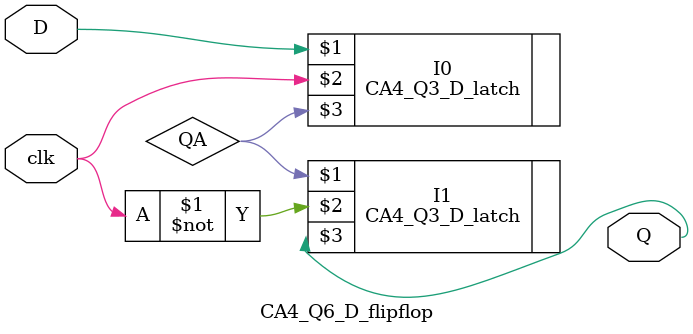
<source format=sv>
`timescale 1ns/1ns


module CA4_Q6_D_flipflop(input D, clk, output Q);

	wire QA;

	CA4_Q3_D_latch I0(D, clk, QA);
	CA4_Q3_D_latch I1(QA, ~clk, Q);





endmodule
</source>
